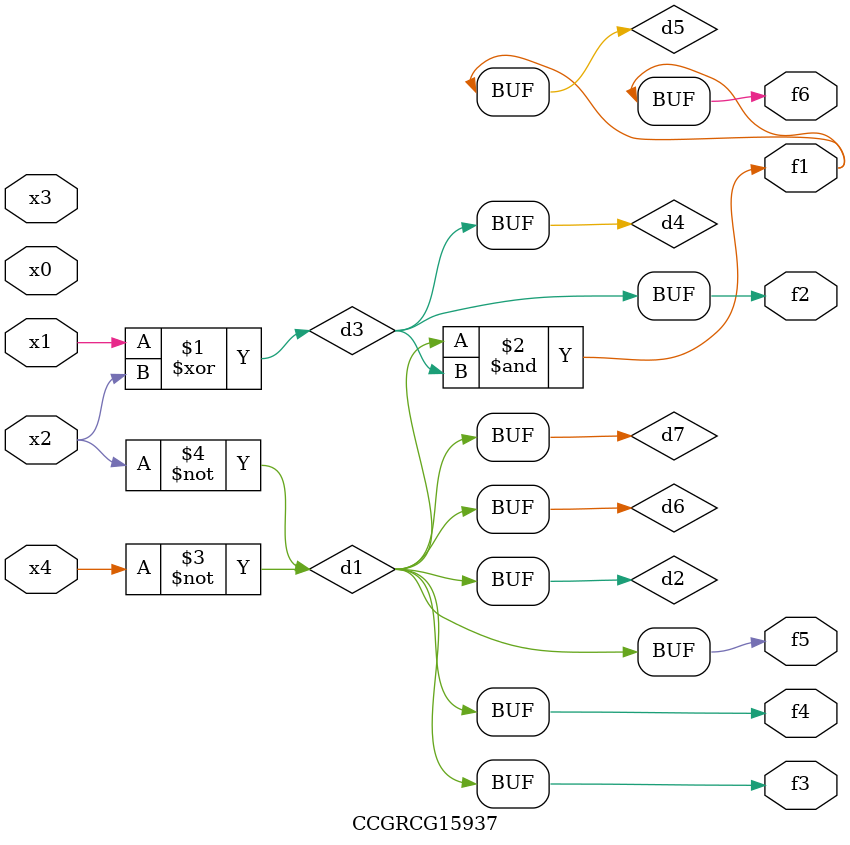
<source format=v>
module CCGRCG15937(
	input x0, x1, x2, x3, x4,
	output f1, f2, f3, f4, f5, f6
);

	wire d1, d2, d3, d4, d5, d6, d7;

	not (d1, x4);
	not (d2, x2);
	xor (d3, x1, x2);
	buf (d4, d3);
	and (d5, d1, d3);
	buf (d6, d1, d2);
	buf (d7, d2);
	assign f1 = d5;
	assign f2 = d4;
	assign f3 = d7;
	assign f4 = d7;
	assign f5 = d7;
	assign f6 = d5;
endmodule

</source>
